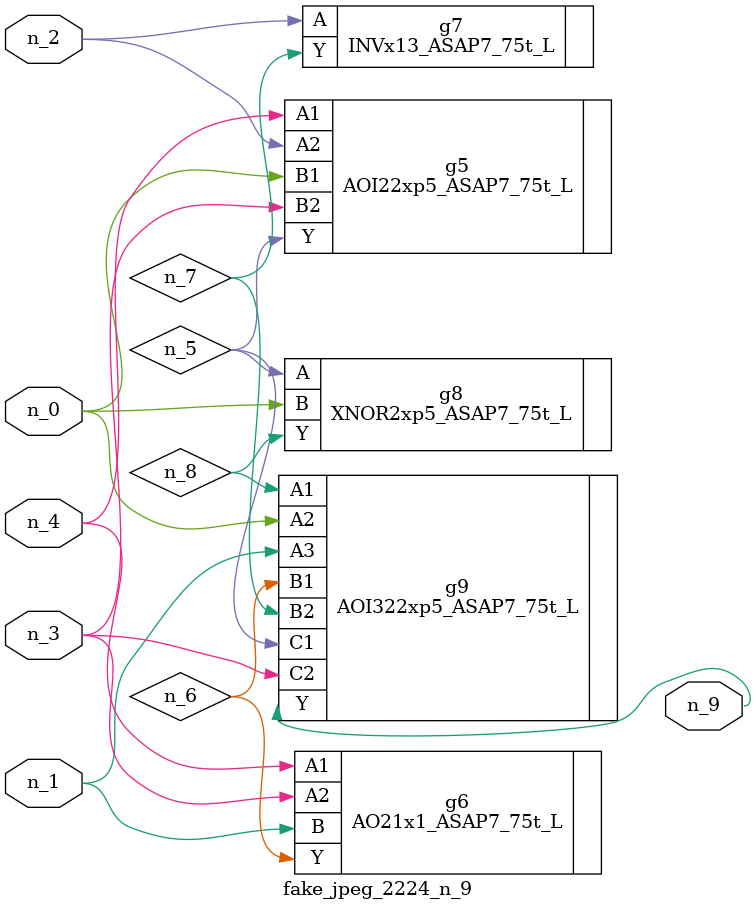
<source format=v>
module fake_jpeg_2224_n_9 (n_3, n_2, n_1, n_0, n_4, n_9);

input n_3;
input n_2;
input n_1;
input n_0;
input n_4;

output n_9;

wire n_8;
wire n_6;
wire n_5;
wire n_7;

AOI22xp5_ASAP7_75t_L g5 ( 
.A1(n_4),
.A2(n_2),
.B1(n_0),
.B2(n_3),
.Y(n_5)
);

AO21x1_ASAP7_75t_L g6 ( 
.A1(n_4),
.A2(n_3),
.B(n_1),
.Y(n_6)
);

INVx13_ASAP7_75t_L g7 ( 
.A(n_2),
.Y(n_7)
);

XNOR2xp5_ASAP7_75t_L g8 ( 
.A(n_5),
.B(n_0),
.Y(n_8)
);

AOI322xp5_ASAP7_75t_L g9 ( 
.A1(n_8),
.A2(n_0),
.A3(n_1),
.B1(n_6),
.B2(n_7),
.C1(n_5),
.C2(n_3),
.Y(n_9)
);


endmodule
</source>
